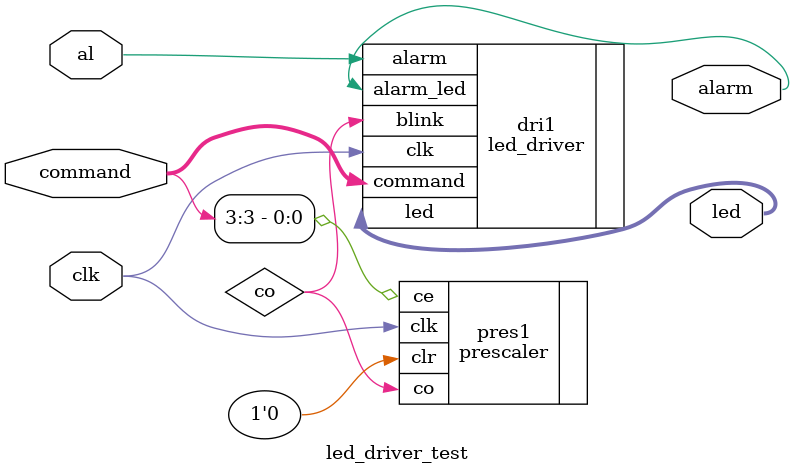
<source format=v>
module led_driver_test(
    input clk,
    input [3:0] command,
	 input al,
    output [3:0] led,
    output alarm
);

wire co;

led_driver dri1(.alarm(al), .command(command), .clk(clk), .blink(co), .alarm_led(alarm), .led(led));
prescaler pres1(.ce(command[3]), .clk(clk), .clr(1'b0), .co(co));


endmodule
</source>
